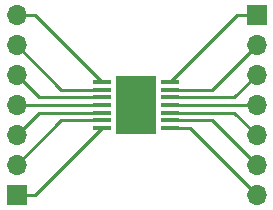
<source format=gbr>
%TF.GenerationSoftware,KiCad,Pcbnew,(7.0.0-0)*%
%TF.CreationDate,2023-09-01T09:13:59-07:00*%
%TF.ProjectId,level_shifter_breakout,6c657665-6c5f-4736-9869-667465725f62,rev?*%
%TF.SameCoordinates,Original*%
%TF.FileFunction,Copper,L1,Top*%
%TF.FilePolarity,Positive*%
%FSLAX46Y46*%
G04 Gerber Fmt 4.6, Leading zero omitted, Abs format (unit mm)*
G04 Created by KiCad (PCBNEW (7.0.0-0)) date 2023-09-01 09:13:59*
%MOMM*%
%LPD*%
G01*
G04 APERTURE LIST*
G04 Aperture macros list*
%AMRoundRect*
0 Rectangle with rounded corners*
0 $1 Rounding radius*
0 $2 $3 $4 $5 $6 $7 $8 $9 X,Y pos of 4 corners*
0 Add a 4 corners polygon primitive as box body*
4,1,4,$2,$3,$4,$5,$6,$7,$8,$9,$2,$3,0*
0 Add four circle primitives for the rounded corners*
1,1,$1+$1,$2,$3*
1,1,$1+$1,$4,$5*
1,1,$1+$1,$6,$7*
1,1,$1+$1,$8,$9*
0 Add four rect primitives between the rounded corners*
20,1,$1+$1,$2,$3,$4,$5,0*
20,1,$1+$1,$4,$5,$6,$7,0*
20,1,$1+$1,$6,$7,$8,$9,0*
20,1,$1+$1,$8,$9,$2,$3,0*%
G04 Aperture macros list end*
%TA.AperFunction,ComponentPad*%
%ADD10R,1.700000X1.700000*%
%TD*%
%TA.AperFunction,ComponentPad*%
%ADD11O,1.700000X1.700000*%
%TD*%
%TA.AperFunction,SMDPad,CuDef*%
%ADD12RoundRect,0.100000X-0.687500X-0.100000X0.687500X-0.100000X0.687500X0.100000X-0.687500X0.100000X0*%
%TD*%
%TA.AperFunction,SMDPad,CuDef*%
%ADD13R,3.400000X5.000000*%
%TD*%
%TA.AperFunction,Conductor*%
%ADD14C,0.250000*%
%TD*%
G04 APERTURE END LIST*
D10*
%TO.P,J2,1,Pin_1*%
%TO.N,Net-(J2-Pin_1)*%
X146049999Y-74929999D03*
D11*
%TO.P,J2,2,Pin_2*%
%TO.N,Net-(J2-Pin_2)*%
X146049999Y-77469999D03*
%TO.P,J2,3,Pin_3*%
%TO.N,Net-(J2-Pin_3)*%
X146049999Y-80009999D03*
%TO.P,J2,4,Pin_4*%
%TO.N,Net-(J2-Pin_4)*%
X146049999Y-82549999D03*
%TO.P,J2,5,Pin_5*%
%TO.N,Net-(J2-Pin_5)*%
X146049999Y-85089999D03*
%TO.P,J2,6,Pin_6*%
%TO.N,Net-(J2-Pin_6)*%
X146049999Y-87629999D03*
%TO.P,J2,7,Pin_7*%
%TO.N,Net-(J2-Pin_7)*%
X146049999Y-90169999D03*
%TD*%
D10*
%TO.P,J1,1,Pin_1*%
%TO.N,Net-(J1-Pin_1)*%
X125729999Y-90169999D03*
D11*
%TO.P,J1,2,Pin_2*%
%TO.N,Net-(J1-Pin_2)*%
X125729999Y-87629999D03*
%TO.P,J1,3,Pin_3*%
%TO.N,Net-(J1-Pin_3)*%
X125729999Y-85089999D03*
%TO.P,J1,4,Pin_4*%
%TO.N,Net-(J1-Pin_4)*%
X125729999Y-82549999D03*
%TO.P,J1,5,Pin_5*%
%TO.N,Net-(J1-Pin_5)*%
X125729999Y-80009999D03*
%TO.P,J1,6,Pin_6*%
%TO.N,Net-(J1-Pin_6)*%
X125729999Y-77469999D03*
%TO.P,J1,7,Pin_7*%
%TO.N,Net-(J1-Pin_7)*%
X125729999Y-74929999D03*
%TD*%
D12*
%TO.P,U1,1,1*%
%TO.N,Net-(J1-Pin_7)*%
X132959000Y-80600000D03*
%TO.P,U1,2,2*%
%TO.N,Net-(J1-Pin_6)*%
X132959000Y-81250000D03*
%TO.P,U1,3,3*%
%TO.N,Net-(J1-Pin_5)*%
X132959000Y-81900000D03*
%TO.P,U1,4,4*%
%TO.N,Net-(J1-Pin_4)*%
X132959000Y-82550000D03*
%TO.P,U1,5,5*%
%TO.N,Net-(J1-Pin_3)*%
X132959000Y-83200000D03*
%TO.P,U1,6,6*%
%TO.N,Net-(J1-Pin_2)*%
X132959000Y-83850000D03*
%TO.P,U1,7,7*%
%TO.N,Net-(J1-Pin_1)*%
X132959000Y-84500000D03*
%TO.P,U1,8,8*%
%TO.N,Net-(J2-Pin_7)*%
X138684000Y-84500000D03*
%TO.P,U1,9,9*%
%TO.N,Net-(J2-Pin_6)*%
X138684000Y-83850000D03*
%TO.P,U1,10,10*%
%TO.N,Net-(J2-Pin_5)*%
X138684000Y-83200000D03*
%TO.P,U1,11,11*%
%TO.N,Net-(J2-Pin_4)*%
X138684000Y-82550000D03*
%TO.P,U1,12,12*%
%TO.N,Net-(J2-Pin_3)*%
X138684000Y-81900000D03*
%TO.P,U1,13,13*%
%TO.N,Net-(J2-Pin_2)*%
X138684000Y-81250000D03*
%TO.P,U1,14,14*%
%TO.N,Net-(J2-Pin_1)*%
X138684000Y-80600000D03*
D13*
%TO.P,U1,15*%
%TO.N,N/C*%
X135821499Y-82549999D03*
%TD*%
D14*
%TO.N,Net-(J1-Pin_1)*%
X127289000Y-90170000D02*
X125730000Y-90170000D01*
X132959000Y-84500000D02*
X127289000Y-90170000D01*
%TO.N,Net-(J1-Pin_2)*%
X129510000Y-83850000D02*
X125730000Y-87630000D01*
X132959000Y-83850000D02*
X129510000Y-83850000D01*
%TO.N,Net-(J1-Pin_3)*%
X127620000Y-83200000D02*
X125730000Y-85090000D01*
X132959000Y-83200000D02*
X127620000Y-83200000D01*
%TO.N,Net-(J1-Pin_4)*%
X132959000Y-82550000D02*
X125730000Y-82550000D01*
%TO.N,Net-(J1-Pin_5)*%
X132959000Y-81900000D02*
X127620000Y-81900000D01*
X127620000Y-81900000D02*
X125730000Y-80010000D01*
%TO.N,Net-(J1-Pin_6)*%
X132959000Y-81250000D02*
X129510000Y-81250000D01*
X129510000Y-81250000D02*
X125730000Y-77470000D01*
%TO.N,Net-(J1-Pin_7)*%
X127289000Y-74930000D02*
X125730000Y-74930000D01*
X132959000Y-80600000D02*
X127289000Y-74930000D01*
%TO.N,Net-(J2-Pin_1)*%
X138684000Y-80600000D02*
X144354000Y-74930000D01*
X144354000Y-74930000D02*
X146050000Y-74930000D01*
%TO.N,Net-(J2-Pin_2)*%
X142270000Y-81250000D02*
X146050000Y-77470000D01*
X138684000Y-81250000D02*
X142270000Y-81250000D01*
%TO.N,Net-(J2-Pin_3)*%
X144160000Y-81900000D02*
X146050000Y-80010000D01*
X138684000Y-81900000D02*
X144160000Y-81900000D01*
%TO.N,Net-(J2-Pin_4)*%
X138684000Y-82550000D02*
X146050000Y-82550000D01*
%TO.N,Net-(J2-Pin_5)*%
X138684000Y-83200000D02*
X144160000Y-83200000D01*
X144160000Y-83200000D02*
X146050000Y-85090000D01*
%TO.N,Net-(J2-Pin_6)*%
X138684000Y-83850000D02*
X142270000Y-83850000D01*
X142270000Y-83850000D02*
X146050000Y-87630000D01*
%TO.N,Net-(J2-Pin_7)*%
X140380000Y-84500000D02*
X146050000Y-90170000D01*
X138684000Y-84500000D02*
X140380000Y-84500000D01*
%TD*%
M02*

</source>
